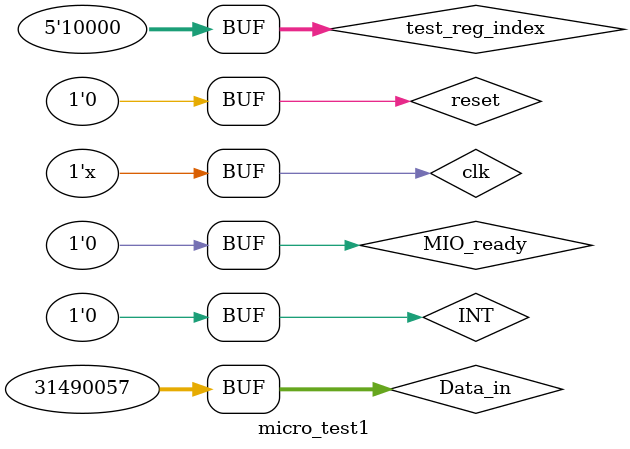
<source format=v>
`timescale 1ns / 1ps


module micro_test1;

	// Inputs
	reg clk;
	reg reset;
	reg [31:0] Data_in;
	reg [4:0] test_reg_index;
	reg INT;
	reg MIO_ready;

	// Outputs
	wire mem_w;
	wire [31:0] Addr_out;
	wire [31:0] Data_out;
	wire [4:0] state;
	wire [31:0] PC_out;
	wire [31:0] inst_out;
	wire [31:0] test_reg_result;
	wire CPU_MIO;

	// Instantiate the Unit Under Test (UUT)
	MCPU_v1 uut (
		.clk(clk), 
		.reset(reset), 
		.mem_w(mem_w), 
		.Addr_out(Addr_out), 
		.Data_out(Data_out), 
		.Data_in(Data_in), 
		.state(state), 
		.PC_out(PC_out), 
		.inst_out(inst_out), 
		.test_reg_index(test_reg_index), 
		.test_reg_result(test_reg_result), 
		.INT(INT), 
		.MIO_ready(MIO_ready), 
		.CPU_MIO(CPU_MIO)
	);

		initial begin
		// Initialize Inputs
		clk = 0;
		reset = 0;
		Data_in = 0;
		test_reg_index = 0;
		INT = 0;
		MIO_ready = 0;

		// Wait 100 ns for global reset to finish
		#10;
		reset = 1;
		#90;
		reset = 0;
		
		Data_in = 32'h20210001; // begin : addi $1, $1, 1
		test_reg_index = 1; // $1 ought to be 1
		#160;
		
		Data_in = 32'h00211020; //add $2, $1, $1
		test_reg_index = 2; // $2 ought to be 2
		#160;
		
		Data_in = 32'h34630003; // ori $3, $3, 3
		test_reg_index = 3; // $3 ought to be 3
		#160;
		
		Data_in = 32'h00622022; // $4 sub $4, $3, $2
		test_reg_index = 4; // $4 ought to be 1
		#160;
		
		Data_in = 32'h00432827; // nor $5, $2, $3
		test_reg_index = 5; // $5 ought to be 0xFFFFFFFC
		#160;
		
		Data_in = 32'h00433026; // xor $6, $2, $3
		test_reg_index = 6; // $6 ought to be 0x00000001
		#160;
		
		Data_in = 32'h0043382A; // slt $7, $2, $3
		test_reg_index = 7; // $7 ought to be 1
		#160;
		
		Data_in = 32'h28E8FFFF; // slti $8, $7. -1
		test_reg_index = 8; // $8 ought to be 0
		#160;
		
		Data_in = 32'h00014FC0; // sll $9, $1, 31
		test_reg_index = 9; // $9 ought to be 0x80000000;
		#160;
		
		Data_in = 32'h000957C2; // srl $10, $9, 31;
		test_reg_index = 10; // $10 ought to be 0x00000001
		#160;
		
		Data_in = 32'h01405825; // or $11, $10, $0
		test_reg_index = 11; // $11 ought to be 1
		#160;
		
		Data_in = 32'h316CFFFF; // andi $12, $11, 0xFFFF
		test_reg_index = 12; // $12 ought to be 1
		#160;
		
		Data_in = 32'h3C0DFFFF; // lui $13, 0xFFFF
		test_reg_index = 13; // $13 ought to be 0xFFFF0000
		#160;
		
		Data_in = 32'h39AE0000; // xori $14, $13, 0x0000
		test_reg_index = 14; // $14 ought to be 0xFFFF0000
		#160; 

		Data_in = 32'h11C0FFF1; // beq $14, $0, begin
		#120;
		
		/*
		Data_in = 32'h1000FFF1; // beq $0, $0, begin
		#120;
		*/
		
		Data_in = 32'h1400FFF0; // bne $0, $0, begin
		#120;
		
		/*
		Data_in = 32'h1000FFF0; // beq $0, $0, begin
		#120;
		*/

		Data_in = 32'h08000011; // j L1
		#120;
		
		Data_in = 32'hAC0E0008; // L1: sw $14 8($0)
		#160;
		
		Data_in = 32'h8C0F0008; // lw $15 8($0)
		test_reg_index = 15; // $15 ought to be 0x12345678
		#50;
		Data_in = 32'h12345678;
		#150;
		
		Data_in = 32'h0C000016; // jal L2
		test_reg_index = 31; // $31 ought to be 0
		#120;
		
		Data_in = 32'h01E08009; // L2: jalr $15, $16
		test_reg_index = 16; // $16 ought to be 0x00000054 , PC ought to be 0x12345678
		#120;
		
        
	end
	
	always @ * begin
		#20;
		clk <= ~clk;
	end
      
endmodule


</source>
